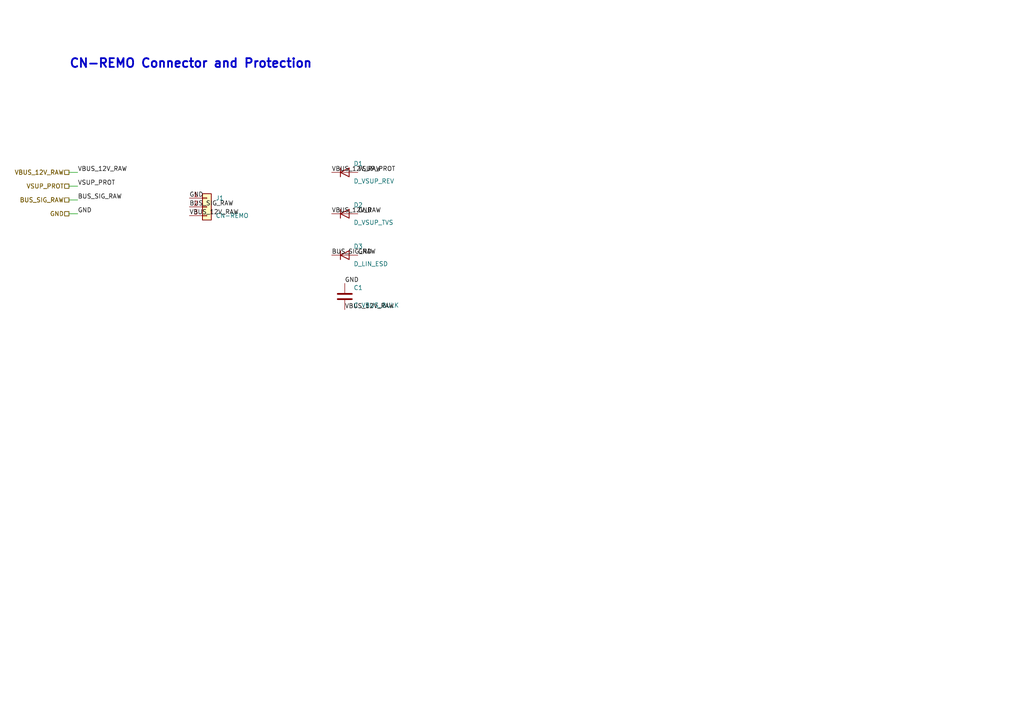
<source format=kicad_sch>
(kicad_sch (version 20250114) (generator "eeschema") (generator_version "9.0")
  (paper "A4")
  (lib_symbols
    (symbol "Connector_Generic:Conn_01x01" (pin_names (offset 1.016) (hide yes))
      (property "Reference" "J" (at 0 2.54 0))
      (property "Value" "Conn_01x01" (at 0 -2.54 0))
      (symbol "Conn_01x01_1_1"
        (rectangle (start -1.27 1.27) (end 1.27 -1.27) (stroke (width 0.254)) (fill (type background)))
        (rectangle (start -1.27 0.127) (end 0 -0.127) (stroke (width 0.1524)))
        (pin passive line (at -5.08 0 0) (length 3.81) (name "Pin_1") (number "1"))
      )
    )
    (symbol "Connector_Generic:Conn_01x03" (pin_names (offset 1.016) (hide yes))
      (property "Reference" "J" (at 0 5.08 0))
      (property "Value" "Conn_01x03" (at 0 -5.08 0))
      (symbol "Conn_01x03_1_1"
        (rectangle (start -1.27 3.81) (end 1.27 -3.81) (stroke (width 0.254)) (fill (type background)))
        (rectangle (start -1.27 2.667) (end 0 2.413) (stroke (width 0.1524)))
        (rectangle (start -1.27 0.127) (end 0 -0.127) (stroke (width 0.1524)))
        (rectangle (start -1.27 -2.413) (end 0 -2.667) (stroke (width 0.1524)))
        (pin passive line (at -5.08 2.54 0) (length 3.81) (name "Pin_1") (number "1"))
        (pin passive line (at -5.08 0 0) (length 3.81) (name "Pin_2") (number "2"))
        (pin passive line (at -5.08 -2.54 0) (length 3.81) (name "Pin_3") (number "3"))
      )
    )
    (symbol "Connector_Generic:Conn_01x05" (pin_names (offset 1.016) (hide yes))
      (property "Reference" "J" (at 0 7.62 0))
      (property "Value" "Conn_01x05" (at 0 -7.62 0))
      (symbol "Conn_01x05_1_1"
        (rectangle (start -1.27 6.35) (end 1.27 -6.35) (stroke (width 0.254)) (fill (type background)))
        (rectangle (start -1.27 5.207) (end 0 4.953) (stroke (width 0.1524)))
        (rectangle (start -1.27 2.667) (end 0 2.413) (stroke (width 0.1524)))
        (rectangle (start -1.27 0.127) (end 0 -0.127) (stroke (width 0.1524)))
        (rectangle (start -1.27 -2.413) (end 0 -2.667) (stroke (width 0.1524)))
        (rectangle (start -1.27 -4.953) (end 0 -5.207) (stroke (width 0.1524)))
        (pin passive line (at -5.08 5.08 0) (length 3.81) (name "Pin_1") (number "1"))
        (pin passive line (at -5.08 2.54 0) (length 3.81) (name "Pin_2") (number "2"))
        (pin passive line (at -5.08 0 0) (length 3.81) (name "Pin_3") (number "3"))
        (pin passive line (at -5.08 -2.54 0) (length 3.81) (name "Pin_4") (number "4"))
        (pin passive line (at -5.08 -5.08 0) (length 3.81) (name "Pin_5") (number "5"))
      )
    )
    (symbol "Device:Antenna_Chip" (pin_numbers (hide yes)) (pin_names (offset 1.016) (hide yes))
      (property "Reference" "AE" (at 0 5.08 0))
      (property "Value" "Antenna_Chip" (at 0 3.175 0))
      (symbol "Antenna_Chip_0_1"
        (polyline (pts (xy -2.54 0) (xy -2.54 -0.635)) (stroke (width 0.254)))
        (polyline (pts (xy -2.54 0) (xy -1.27 0)) (stroke (width 0.254)))
        (polyline (pts (xy -1.27 1.27) (xy -1.27 -1.27) (xy -1.27 0)) (stroke (width 0.254)))
        (polyline (pts (xy -0.635 1.27) (xy 0.635 1.27) (xy 0.635 -1.27) (xy -0.635 -1.27) (xy -0.635 1.27)) (stroke (width 0.254)))
        (polyline (pts (xy 1.27 1.27) (xy 1.27 -1.27)) (stroke (width 0.254)))
        (polyline (pts (xy 1.27 0) (xy 2.54 0)) (stroke (width 0.254)))
        (polyline (pts (xy 2.54 6.985) (xy 2.54 -1.905)) (stroke (width 0.254)))
        (polyline (pts (xy 2.54 -0.635) (xy 2.54 0)))
        (polyline (pts (xy 3.81 6.985) (xy 2.54 1.905) (xy 1.27 6.985)) (stroke (width 0.254)))
      )
      (symbol "Antenna_Chip_1_1"
        (pin input line (at -2.54 -2.54 90) (length 2.54) (name "FEED") (number "1"))
        (pin passive line (at 2.54 -2.54 90) (length 2.54) (name "PCB_Trace") (number "2"))
      )
    )
    (symbol "Device:C" (pin_numbers (hide yes)) (pin_names (offset 0.254))
      (property "Reference" "C" (at 0.635 2.54 0))
      (property "Value" "C" (at 0.635 -2.54 0))
      (symbol "C_0_1"
        (polyline (pts (xy -2.032 0.762) (xy 2.032 0.762)) (stroke (width 0.508)))
        (polyline (pts (xy -2.032 -0.762) (xy 2.032 -0.762)) (stroke (width 0.508)))
      )
      (symbol "C_1_1"
        (pin passive line (at 0 3.81 270) (length 2.794) (name "~") (number "1"))
        (pin passive line (at 0 -3.81 90) (length 2.794) (name "~") (number "2"))
      )
    )
    (symbol "Device:Crystal" (pin_numbers (hide yes)) (pin_names (offset 1.016) (hide yes))
      (property "Reference" "Y" (at 0 3.81 0))
      (property "Value" "Crystal" (at 0 -3.81 0))
      (symbol "Crystal_0_1"
        (polyline (pts (xy -2.54 0) (xy -1.905 0)))
        (polyline (pts (xy -1.905 -1.27) (xy -1.905 1.27)) (stroke (width 0.508)))
        (rectangle (start -1.143 2.54) (end 1.143 -2.54) (stroke (width 0.3048)))
        (polyline (pts (xy 1.905 -1.27) (xy 1.905 1.27)) (stroke (width 0.508)))
        (polyline (pts (xy 2.54 0) (xy 1.905 0)))
      )
      (symbol "Crystal_1_1"
        (pin passive line (at -3.81 0 0) (length 1.27) (name "1") (number "1"))
        (pin passive line (at 3.81 0 180) (length 1.27) (name "2") (number "2"))
      )
    )
    (symbol "Device:D" (pin_numbers (hide yes)) (pin_names (offset 1.016) (hide yes))
      (property "Reference" "D" (at 0 2.54 0))
      (property "Value" "D" (at 0 -2.54 0))
      (symbol "D_0_1"
        (polyline (pts (xy -1.27 1.27) (xy -1.27 -1.27)) (stroke (width 0.254)))
        (polyline (pts (xy 1.27 1.27) (xy 1.27 -1.27) (xy -1.27 0) (xy 1.27 1.27)) (stroke (width 0.254)))
        (polyline (pts (xy 1.27 0) (xy -1.27 0)))
      )
      (symbol "D_1_1"
        (pin passive line (at -3.81 0 0) (length 2.54) (name "K") (number "1"))
        (pin passive line (at 3.81 0 180) (length 2.54) (name "A") (number "2"))
      )
    )
    (symbol "Device:FerriteBead" (pin_numbers (hide yes)) (pin_names (offset 0))
      (property "Reference" "FB" (at -3.81 0.635 90))
      (property "Value" "FerriteBead" (at 3.81 0 90))
      (symbol "FerriteBead_0_1"
        (polyline (pts (xy -2.7686 0.4064) (xy -1.7018 2.2606) (xy 2.7686 -0.3048) (xy 1.6764 -2.159) (xy -2.7686 0.4064)))
        (polyline (pts (xy 0 1.27) (xy 0 1.2954)))
        (polyline (pts (xy 0 -1.27) (xy 0 -1.2192)))
      )
      (symbol "FerriteBead_1_1"
        (pin passive line (at 0 3.81 270) (length 2.54) (name "~") (number "1"))
        (pin passive line (at 0 -3.81 90) (length 2.54) (name "~") (number "2"))
      )
    )
    (symbol "Device:L" (pin_numbers (hide yes)) (pin_names (offset 1.016) (hide yes))
      (property "Reference" "L" (at -1.27 0 90))
      (property "Value" "L" (at 1.905 0 90))
      (symbol "L_0_1"
        (arc (start 0 2.54) (mid 0.6323 1.905) (end 0 1.27))
        (arc (start 0 1.27) (mid 0.6323 0.635) (end 0 0))
        (arc (start 0 0) (mid 0.6323 -0.635) (end 0 -1.27))
        (arc (start 0 -1.27) (mid 0.6323 -1.905) (end 0 -2.54))
      )
      (symbol "L_1_1"
        (pin passive line (at 0 3.81 270) (length 1.27) (name "1") (number "1"))
        (pin passive line (at 0 -3.81 90) (length 1.27) (name "2") (number "2"))
      )
    )
    (symbol "Device:R" (pin_numbers (hide yes)) (pin_names (offset 0))
      (property "Reference" "R" (at 2.032 0 90))
      (property "Value" "R" (at 0 0 90))
      (symbol "R_0_1"
        (rectangle (start -1.016 -2.54) (end 1.016 2.54) (stroke (width 0.254)))
      )
      (symbol "R_1_1"
        (pin passive line (at 0 3.81 270) (length 1.27) (name "~") (number "1"))
        (pin passive line (at 0 -3.81 90) (length 1.27) (name "~") (number "2"))
      )
    )
  )
  (text "CN-REMO Connector and Protection" (at 20 20 0) (effects (font (size 2.54 2.54) (thickness 0.508) (bold yes)) (justify left bottom)))
  (hierarchical_label "VBUS_12V_RAW" (shape passive) (at 20 50 180))
  (hierarchical_label "VSUP_PROT" (shape passive) (at 20 54 180))
  (hierarchical_label "BUS_SIG_RAW" (shape passive) (at 20 58 180))
  (hierarchical_label "GND" (shape passive) (at 20 62 180))
  (symbol (lib_id "Connector_Generic:Conn_01x03") (at 60 60 0) (unit 1)
    (property "Reference" "J1" (at 62.54 57.46 0) (effects (justify left)))
    (property "Value" "CN-REMO" (at 62.54 62.54 0) (effects (justify left)))
  )
  (symbol (lib_id "Device:D") (at 100 50 0) (unit 1)
    (property "Reference" "D1" (at 102.54 47.46 0) (effects (justify left)))
    (property "Value" "D_VSUP_REV" (at 102.54 52.54 0) (effects (justify left)))
  )
  (symbol (lib_id "Device:D") (at 100 62 0) (unit 1)
    (property "Reference" "D2" (at 102.54 59.46 0) (effects (justify left)))
    (property "Value" "D_VSUP_TVS" (at 102.54 64.54 0) (effects (justify left)))
  )
  (symbol (lib_id "Device:D") (at 100 74 0) (unit 1)
    (property "Reference" "D3" (at 102.54 71.46 0) (effects (justify left)))
    (property "Value" "D_LIN_ESD" (at 102.54 76.54 0) (effects (justify left)))
  )
  (symbol (lib_id "Device:C") (at 100 86 0) (unit 1)
    (property "Reference" "C1" (at 102.54 83.46 0) (effects (justify left)))
    (property "Value" "C_VBUS_BULK" (at 102.54 88.54 0) (effects (justify left)))
  )
  (label "VBUS_12V_RAW" (at 54.92 62.54 0))
  (label "BUS_SIG_RAW" (at 54.92 60 0))
  (label "GND" (at 54.92 57.46 0))
  (label "VBUS_12V_RAW" (at 96.19 50 0))
  (label "VSUP_PROT" (at 103.81 50 0))
  (label "VBUS_12V_RAW" (at 96.19 62 0))
  (label "GND" (at 103.81 62 0))
  (label "BUS_SIG_RAW" (at 96.19 74 0))
  (label "GND" (at 103.81 74 0))
  (label "VBUS_12V_RAW" (at 100 89.81 0))
  (label "GND" (at 100 82.19 0))
  (wire (pts (xy 20 50) (xy 22.54 50)))
  (label "VBUS_12V_RAW" (at 22.54 50 0))
  (wire (pts (xy 20 54) (xy 22.54 54)))
  (label "VSUP_PROT" (at 22.54 54 0))
  (wire (pts (xy 20 58) (xy 22.54 58)))
  (label "BUS_SIG_RAW" (at 22.54 58 0))
  (wire (pts (xy 20 62) (xy 22.54 62)))
  (label "GND" (at 22.54 62 0))
  (hierarchical_label "VBUS_12V_RAW" (shape passive) (at 20 50 180))
  (hierarchical_label "VSUP_PROT" (shape passive) (at 20 54 180))
  (hierarchical_label "BUS_SIG_RAW" (shape passive) (at 20 58 180))
  (hierarchical_label "GND" (shape passive) (at 20 62 180))
)
</source>
